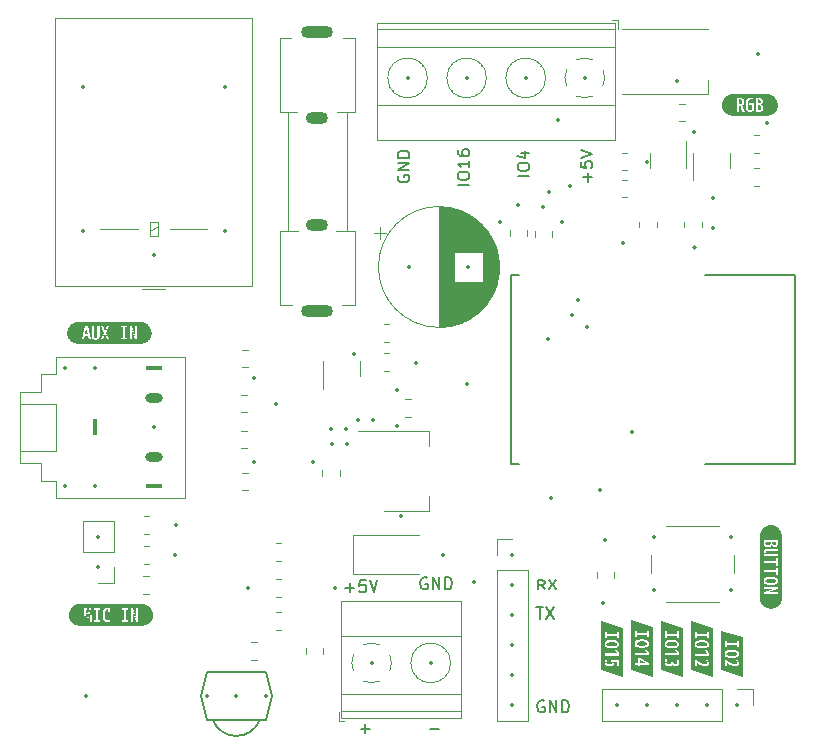
<source format=gto>
%TF.GenerationSoftware,KiCad,Pcbnew,7.0.8-7.0.8~ubuntu20.04.1*%
%TF.CreationDate,2023-11-01T16:16:35+05:30*%
%TF.ProjectId,WLED_V0.1,574c4544-5f56-4302-9e31-2e6b69636164,rev?*%
%TF.SameCoordinates,Original*%
%TF.FileFunction,Legend,Top*%
%TF.FilePolarity,Positive*%
%FSLAX46Y46*%
G04 Gerber Fmt 4.6, Leading zero omitted, Abs format (unit mm)*
G04 Created by KiCad (PCBNEW 7.0.8-7.0.8~ubuntu20.04.1) date 2023-11-01 16:16:35*
%MOMM*%
%LPD*%
G01*
G04 APERTURE LIST*
%ADD10C,0.150000*%
%ADD11C,0.120000*%
%ADD12C,0.127000*%
%ADD13C,0.200000*%
%ADD14C,0.350000*%
%ADD15O,0.400000X1.400000*%
%ADD16O,1.400000X0.400000*%
%ADD17O,1.500000X0.800000*%
%ADD18O,2.710000X1.020000*%
%ADD19O,1.870000X1.020000*%
G04 APERTURE END LIST*
D10*
X119757819Y-68497220D02*
X118757819Y-68497220D01*
X118757819Y-67830554D02*
X118757819Y-67640078D01*
X118757819Y-67640078D02*
X118805438Y-67544840D01*
X118805438Y-67544840D02*
X118900676Y-67449602D01*
X118900676Y-67449602D02*
X119091152Y-67401983D01*
X119091152Y-67401983D02*
X119424485Y-67401983D01*
X119424485Y-67401983D02*
X119614961Y-67449602D01*
X119614961Y-67449602D02*
X119710200Y-67544840D01*
X119710200Y-67544840D02*
X119757819Y-67640078D01*
X119757819Y-67640078D02*
X119757819Y-67830554D01*
X119757819Y-67830554D02*
X119710200Y-67925792D01*
X119710200Y-67925792D02*
X119614961Y-68021030D01*
X119614961Y-68021030D02*
X119424485Y-68068649D01*
X119424485Y-68068649D02*
X119091152Y-68068649D01*
X119091152Y-68068649D02*
X118900676Y-68021030D01*
X118900676Y-68021030D02*
X118805438Y-67925792D01*
X118805438Y-67925792D02*
X118757819Y-67830554D01*
X119091152Y-66544840D02*
X119757819Y-66544840D01*
X118710200Y-66782935D02*
X119424485Y-67021030D01*
X119424485Y-67021030D02*
X119424485Y-66401983D01*
X104181779Y-103374866D02*
X104943684Y-103374866D01*
X104562731Y-103755819D02*
X104562731Y-102993914D01*
X105896064Y-102755819D02*
X105419874Y-102755819D01*
X105419874Y-102755819D02*
X105372255Y-103232009D01*
X105372255Y-103232009D02*
X105419874Y-103184390D01*
X105419874Y-103184390D02*
X105515112Y-103136771D01*
X105515112Y-103136771D02*
X105753207Y-103136771D01*
X105753207Y-103136771D02*
X105848445Y-103184390D01*
X105848445Y-103184390D02*
X105896064Y-103232009D01*
X105896064Y-103232009D02*
X105943683Y-103327247D01*
X105943683Y-103327247D02*
X105943683Y-103565342D01*
X105943683Y-103565342D02*
X105896064Y-103660580D01*
X105896064Y-103660580D02*
X105848445Y-103708200D01*
X105848445Y-103708200D02*
X105753207Y-103755819D01*
X105753207Y-103755819D02*
X105515112Y-103755819D01*
X105515112Y-103755819D02*
X105419874Y-103708200D01*
X105419874Y-103708200D02*
X105372255Y-103660580D01*
X106229398Y-102755819D02*
X106562731Y-103755819D01*
X106562731Y-103755819D02*
X106896064Y-102755819D01*
X121002588Y-112963438D02*
X120907350Y-112915819D01*
X120907350Y-112915819D02*
X120764493Y-112915819D01*
X120764493Y-112915819D02*
X120621636Y-112963438D01*
X120621636Y-112963438D02*
X120526398Y-113058676D01*
X120526398Y-113058676D02*
X120478779Y-113153914D01*
X120478779Y-113153914D02*
X120431160Y-113344390D01*
X120431160Y-113344390D02*
X120431160Y-113487247D01*
X120431160Y-113487247D02*
X120478779Y-113677723D01*
X120478779Y-113677723D02*
X120526398Y-113772961D01*
X120526398Y-113772961D02*
X120621636Y-113868200D01*
X120621636Y-113868200D02*
X120764493Y-113915819D01*
X120764493Y-113915819D02*
X120859731Y-113915819D01*
X120859731Y-113915819D02*
X121002588Y-113868200D01*
X121002588Y-113868200D02*
X121050207Y-113820580D01*
X121050207Y-113820580D02*
X121050207Y-113487247D01*
X121050207Y-113487247D02*
X120859731Y-113487247D01*
X121478779Y-113915819D02*
X121478779Y-112915819D01*
X121478779Y-112915819D02*
X122050207Y-113915819D01*
X122050207Y-113915819D02*
X122050207Y-112915819D01*
X122526398Y-113915819D02*
X122526398Y-112915819D01*
X122526398Y-112915819D02*
X122764493Y-112915819D01*
X122764493Y-112915819D02*
X122907350Y-112963438D01*
X122907350Y-112963438D02*
X123002588Y-113058676D01*
X123002588Y-113058676D02*
X123050207Y-113153914D01*
X123050207Y-113153914D02*
X123097826Y-113344390D01*
X123097826Y-113344390D02*
X123097826Y-113487247D01*
X123097826Y-113487247D02*
X123050207Y-113677723D01*
X123050207Y-113677723D02*
X123002588Y-113772961D01*
X123002588Y-113772961D02*
X122907350Y-113868200D01*
X122907350Y-113868200D02*
X122764493Y-113915819D01*
X122764493Y-113915819D02*
X122526398Y-113915819D01*
X121050207Y-103526295D02*
X120716874Y-103145342D01*
X120478779Y-103526295D02*
X120478779Y-102726295D01*
X120478779Y-102726295D02*
X120859731Y-102726295D01*
X120859731Y-102726295D02*
X120954969Y-102764390D01*
X120954969Y-102764390D02*
X121002588Y-102802485D01*
X121002588Y-102802485D02*
X121050207Y-102878676D01*
X121050207Y-102878676D02*
X121050207Y-102992961D01*
X121050207Y-102992961D02*
X121002588Y-103069152D01*
X121002588Y-103069152D02*
X120954969Y-103107247D01*
X120954969Y-103107247D02*
X120859731Y-103145342D01*
X120859731Y-103145342D02*
X120478779Y-103145342D01*
X121383541Y-102726295D02*
X122050207Y-103526295D01*
X122050207Y-102726295D02*
X121383541Y-103526295D01*
X105492779Y-115312866D02*
X106254684Y-115312866D01*
X105873731Y-115693819D02*
X105873731Y-114931914D01*
X114677819Y-69259220D02*
X113677819Y-69259220D01*
X113677819Y-68592554D02*
X113677819Y-68402078D01*
X113677819Y-68402078D02*
X113725438Y-68306840D01*
X113725438Y-68306840D02*
X113820676Y-68211602D01*
X113820676Y-68211602D02*
X114011152Y-68163983D01*
X114011152Y-68163983D02*
X114344485Y-68163983D01*
X114344485Y-68163983D02*
X114534961Y-68211602D01*
X114534961Y-68211602D02*
X114630200Y-68306840D01*
X114630200Y-68306840D02*
X114677819Y-68402078D01*
X114677819Y-68402078D02*
X114677819Y-68592554D01*
X114677819Y-68592554D02*
X114630200Y-68687792D01*
X114630200Y-68687792D02*
X114534961Y-68783030D01*
X114534961Y-68783030D02*
X114344485Y-68830649D01*
X114344485Y-68830649D02*
X114011152Y-68830649D01*
X114011152Y-68830649D02*
X113820676Y-68783030D01*
X113820676Y-68783030D02*
X113725438Y-68687792D01*
X113725438Y-68687792D02*
X113677819Y-68592554D01*
X114677819Y-67211602D02*
X114677819Y-67783030D01*
X114677819Y-67497316D02*
X113677819Y-67497316D01*
X113677819Y-67497316D02*
X113820676Y-67592554D01*
X113820676Y-67592554D02*
X113915914Y-67687792D01*
X113915914Y-67687792D02*
X113963533Y-67783030D01*
X113677819Y-66354459D02*
X113677819Y-66544935D01*
X113677819Y-66544935D02*
X113725438Y-66640173D01*
X113725438Y-66640173D02*
X113773057Y-66687792D01*
X113773057Y-66687792D02*
X113915914Y-66783030D01*
X113915914Y-66783030D02*
X114106390Y-66830649D01*
X114106390Y-66830649D02*
X114487342Y-66830649D01*
X114487342Y-66830649D02*
X114582580Y-66783030D01*
X114582580Y-66783030D02*
X114630200Y-66735411D01*
X114630200Y-66735411D02*
X114677819Y-66640173D01*
X114677819Y-66640173D02*
X114677819Y-66449697D01*
X114677819Y-66449697D02*
X114630200Y-66354459D01*
X114630200Y-66354459D02*
X114582580Y-66306840D01*
X114582580Y-66306840D02*
X114487342Y-66259221D01*
X114487342Y-66259221D02*
X114249247Y-66259221D01*
X114249247Y-66259221D02*
X114154009Y-66306840D01*
X114154009Y-66306840D02*
X114106390Y-66354459D01*
X114106390Y-66354459D02*
X114058771Y-66449697D01*
X114058771Y-66449697D02*
X114058771Y-66640173D01*
X114058771Y-66640173D02*
X114106390Y-66735411D01*
X114106390Y-66735411D02*
X114154009Y-66783030D01*
X114154009Y-66783030D02*
X114249247Y-66830649D01*
X108645438Y-68481411D02*
X108597819Y-68576649D01*
X108597819Y-68576649D02*
X108597819Y-68719506D01*
X108597819Y-68719506D02*
X108645438Y-68862363D01*
X108645438Y-68862363D02*
X108740676Y-68957601D01*
X108740676Y-68957601D02*
X108835914Y-69005220D01*
X108835914Y-69005220D02*
X109026390Y-69052839D01*
X109026390Y-69052839D02*
X109169247Y-69052839D01*
X109169247Y-69052839D02*
X109359723Y-69005220D01*
X109359723Y-69005220D02*
X109454961Y-68957601D01*
X109454961Y-68957601D02*
X109550200Y-68862363D01*
X109550200Y-68862363D02*
X109597819Y-68719506D01*
X109597819Y-68719506D02*
X109597819Y-68624268D01*
X109597819Y-68624268D02*
X109550200Y-68481411D01*
X109550200Y-68481411D02*
X109502580Y-68433792D01*
X109502580Y-68433792D02*
X109169247Y-68433792D01*
X109169247Y-68433792D02*
X109169247Y-68624268D01*
X109597819Y-68005220D02*
X108597819Y-68005220D01*
X108597819Y-68005220D02*
X109597819Y-67433792D01*
X109597819Y-67433792D02*
X108597819Y-67433792D01*
X109597819Y-66957601D02*
X108597819Y-66957601D01*
X108597819Y-66957601D02*
X108597819Y-66719506D01*
X108597819Y-66719506D02*
X108645438Y-66576649D01*
X108645438Y-66576649D02*
X108740676Y-66481411D01*
X108740676Y-66481411D02*
X108835914Y-66433792D01*
X108835914Y-66433792D02*
X109026390Y-66386173D01*
X109026390Y-66386173D02*
X109169247Y-66386173D01*
X109169247Y-66386173D02*
X109359723Y-66433792D01*
X109359723Y-66433792D02*
X109454961Y-66481411D01*
X109454961Y-66481411D02*
X109550200Y-66576649D01*
X109550200Y-66576649D02*
X109597819Y-66719506D01*
X109597819Y-66719506D02*
X109597819Y-66957601D01*
X111334779Y-115312866D02*
X112096684Y-115312866D01*
X120335922Y-105041819D02*
X120907350Y-105041819D01*
X120621636Y-106041819D02*
X120621636Y-105041819D01*
X121145446Y-105041819D02*
X121812112Y-106041819D01*
X121812112Y-105041819D02*
X121145446Y-106041819D01*
X124710866Y-69005220D02*
X124710866Y-68243316D01*
X125091819Y-68624268D02*
X124329914Y-68624268D01*
X124091819Y-67290935D02*
X124091819Y-67767125D01*
X124091819Y-67767125D02*
X124568009Y-67814744D01*
X124568009Y-67814744D02*
X124520390Y-67767125D01*
X124520390Y-67767125D02*
X124472771Y-67671887D01*
X124472771Y-67671887D02*
X124472771Y-67433792D01*
X124472771Y-67433792D02*
X124520390Y-67338554D01*
X124520390Y-67338554D02*
X124568009Y-67290935D01*
X124568009Y-67290935D02*
X124663247Y-67243316D01*
X124663247Y-67243316D02*
X124901342Y-67243316D01*
X124901342Y-67243316D02*
X124996580Y-67290935D01*
X124996580Y-67290935D02*
X125044200Y-67338554D01*
X125044200Y-67338554D02*
X125091819Y-67433792D01*
X125091819Y-67433792D02*
X125091819Y-67671887D01*
X125091819Y-67671887D02*
X125044200Y-67767125D01*
X125044200Y-67767125D02*
X124996580Y-67814744D01*
X124091819Y-66957601D02*
X125091819Y-66624268D01*
X125091819Y-66624268D02*
X124091819Y-66290935D01*
X111096588Y-102549438D02*
X111001350Y-102501819D01*
X111001350Y-102501819D02*
X110858493Y-102501819D01*
X110858493Y-102501819D02*
X110715636Y-102549438D01*
X110715636Y-102549438D02*
X110620398Y-102644676D01*
X110620398Y-102644676D02*
X110572779Y-102739914D01*
X110572779Y-102739914D02*
X110525160Y-102930390D01*
X110525160Y-102930390D02*
X110525160Y-103073247D01*
X110525160Y-103073247D02*
X110572779Y-103263723D01*
X110572779Y-103263723D02*
X110620398Y-103358961D01*
X110620398Y-103358961D02*
X110715636Y-103454200D01*
X110715636Y-103454200D02*
X110858493Y-103501819D01*
X110858493Y-103501819D02*
X110953731Y-103501819D01*
X110953731Y-103501819D02*
X111096588Y-103454200D01*
X111096588Y-103454200D02*
X111144207Y-103406580D01*
X111144207Y-103406580D02*
X111144207Y-103073247D01*
X111144207Y-103073247D02*
X110953731Y-103073247D01*
X111572779Y-103501819D02*
X111572779Y-102501819D01*
X111572779Y-102501819D02*
X112144207Y-103501819D01*
X112144207Y-103501819D02*
X112144207Y-102501819D01*
X112620398Y-103501819D02*
X112620398Y-102501819D01*
X112620398Y-102501819D02*
X112858493Y-102501819D01*
X112858493Y-102501819D02*
X113001350Y-102549438D01*
X113001350Y-102549438D02*
X113096588Y-102644676D01*
X113096588Y-102644676D02*
X113144207Y-102739914D01*
X113144207Y-102739914D02*
X113191826Y-102930390D01*
X113191826Y-102930390D02*
X113191826Y-103073247D01*
X113191826Y-103073247D02*
X113144207Y-103263723D01*
X113144207Y-103263723D02*
X113096588Y-103358961D01*
X113096588Y-103358961D02*
X113001350Y-103454200D01*
X113001350Y-103454200D02*
X112858493Y-103501819D01*
X112858493Y-103501819D02*
X112620398Y-103501819D01*
D11*
%TO.C,J2*%
X116984000Y-99268000D02*
X118314000Y-99268000D01*
X116984000Y-100598000D02*
X116984000Y-99268000D01*
X116984000Y-101868000D02*
X116984000Y-114628000D01*
X116984000Y-101868000D02*
X119644000Y-101868000D01*
X116984000Y-114628000D02*
X119644000Y-114628000D01*
X119644000Y-101868000D02*
X119644000Y-114628000D01*
%TO.C,MK1*%
X84592000Y-102944000D02*
X83262000Y-102944000D01*
X84592000Y-101614000D02*
X84592000Y-102944000D01*
X84592000Y-100344000D02*
X84592000Y-97744000D01*
X84592000Y-100344000D02*
X81932000Y-100344000D01*
X84592000Y-97744000D02*
X81932000Y-97744000D01*
X81932000Y-100344000D02*
X81932000Y-97744000D01*
%TO.C,R5*%
X138764436Y-65065000D02*
X139218564Y-65065000D01*
X138764436Y-66535000D02*
X139218564Y-66535000D01*
%TO.C,R14*%
X98274936Y-102657000D02*
X98729064Y-102657000D01*
X98274936Y-104127000D02*
X98729064Y-104127000D01*
%TO.C,R4*%
X128042564Y-68045000D02*
X127588436Y-68045000D01*
X128042564Y-66575000D02*
X127588436Y-66575000D01*
%TO.C,C6*%
X125453000Y-102571252D02*
X125453000Y-102048748D01*
X126923000Y-102571252D02*
X126923000Y-102048748D01*
%TO.C,C10*%
X132440748Y-62397000D02*
X132963252Y-62397000D01*
X132440748Y-63867000D02*
X132963252Y-63867000D01*
%TO.C,R13*%
X98729064Y-101079000D02*
X98274936Y-101079000D01*
X98729064Y-99609000D02*
X98274936Y-99609000D01*
%TO.C,U2*%
X105222000Y-90076000D02*
X111232000Y-90076000D01*
X107472000Y-96896000D02*
X111232000Y-96896000D01*
X111232000Y-90076000D02*
X111232000Y-91336000D01*
X111232000Y-96896000D02*
X111232000Y-95636000D01*
%TO.C,R8*%
X107456436Y-83528500D02*
X107910564Y-83528500D01*
X107456436Y-84998500D02*
X107910564Y-84998500D01*
%TO.C,SW2*%
X130054000Y-100610000D02*
X130054000Y-102110000D01*
X131304000Y-104610000D02*
X135804000Y-104610000D01*
X135804000Y-98110000D02*
X131304000Y-98110000D01*
X137054000Y-102110000D02*
X137054000Y-100610000D01*
%TO.C,kibuzzard-6541D5EF*%
G36*
X134522369Y-107988100D02*
G01*
X134642225Y-108002387D01*
X134725569Y-108026200D01*
X134798792Y-108082159D01*
X134823200Y-108164312D01*
X134798792Y-108246466D01*
X134725569Y-108302425D01*
X134642225Y-108326237D01*
X134522369Y-108340525D01*
X134366000Y-108345287D01*
X134209631Y-108340525D01*
X134089775Y-108326237D01*
X134006431Y-108302425D01*
X133933208Y-108246466D01*
X133908800Y-108164312D01*
X133933208Y-108082159D01*
X134006431Y-108026200D01*
X134089775Y-108002387D01*
X134209631Y-107988100D01*
X134366000Y-107983337D01*
X134522369Y-107988100D01*
G37*
G36*
X135292042Y-106769958D02*
G01*
X135292042Y-107100687D01*
X135292042Y-110037563D01*
X135292042Y-110368292D01*
X135292042Y-110923917D01*
X133439958Y-110368292D01*
X133439958Y-110037563D01*
X133786562Y-110037563D01*
X133924675Y-110037563D01*
X133924675Y-109650212D01*
X133927850Y-109650212D01*
X134038777Y-109743329D01*
X134142956Y-109822655D01*
X134240389Y-109888189D01*
X134331075Y-109939931D01*
X134444317Y-109989761D01*
X134551208Y-110019659D01*
X134651750Y-110029625D01*
X134785695Y-110011567D01*
X134882731Y-109957394D01*
X134941667Y-109869089D01*
X134961313Y-109748637D01*
X134952140Y-109648096D01*
X134924624Y-109553904D01*
X134878762Y-109466063D01*
X134729537Y-109466063D01*
X134781572Y-109555492D01*
X134812793Y-109637512D01*
X134823200Y-109712125D01*
X134780337Y-109816106D01*
X134724775Y-109841705D01*
X134643812Y-109850237D01*
X134556824Y-109842397D01*
X134464587Y-109818876D01*
X134367102Y-109779675D01*
X134264368Y-109724793D01*
X134156385Y-109654230D01*
X134043154Y-109567986D01*
X133924675Y-109466063D01*
X133786562Y-109466063D01*
X133786562Y-110037563D01*
X133439958Y-110037563D01*
X133439958Y-108953300D01*
X133786562Y-108953300D01*
X133786562Y-109131100D01*
X134945437Y-109131100D01*
X134945437Y-108954887D01*
X134783512Y-108677075D01*
X134627937Y-108677075D01*
X134780337Y-108950125D01*
X134778750Y-108953300D01*
X133786562Y-108953300D01*
X133439958Y-108953300D01*
X133439958Y-108164312D01*
X133770687Y-108164312D01*
X133784181Y-108274644D01*
X133824662Y-108361162D01*
X133898084Y-108426845D01*
X134010400Y-108474669D01*
X134108472Y-108496276D01*
X134227006Y-108509241D01*
X134366000Y-108513563D01*
X134504994Y-108509241D01*
X134623528Y-108496276D01*
X134721600Y-108474669D01*
X134833916Y-108426845D01*
X134907337Y-108361162D01*
X134947819Y-108274644D01*
X134961313Y-108164312D01*
X134947819Y-108053981D01*
X134907337Y-107967462D01*
X134833916Y-107901780D01*
X134721600Y-107853956D01*
X134623528Y-107832349D01*
X134504994Y-107819384D01*
X134366000Y-107815062D01*
X134227006Y-107819384D01*
X134108472Y-107832349D01*
X134010400Y-107853956D01*
X133898084Y-107901780D01*
X133824662Y-107967462D01*
X133784181Y-108053981D01*
X133770687Y-108164312D01*
X133439958Y-108164312D01*
X133439958Y-107640437D01*
X133786562Y-107640437D01*
X133924675Y-107640437D01*
X133924675Y-107462637D01*
X134807325Y-107462637D01*
X134807325Y-107640437D01*
X134945437Y-107640437D01*
X134945437Y-107100687D01*
X134807325Y-107100687D01*
X134807325Y-107278487D01*
X133924675Y-107278487D01*
X133924675Y-107100687D01*
X133786562Y-107100687D01*
X133786562Y-107640437D01*
X133439958Y-107640437D01*
X133439958Y-107100687D01*
X133439958Y-106769958D01*
X133439958Y-106214333D01*
X135292042Y-106769958D01*
G37*
D12*
%TO.C,U3*%
X91946000Y-112536000D02*
X92446000Y-110536000D01*
X92446000Y-110536000D02*
X97446000Y-110536000D01*
X92446000Y-114536000D02*
X91946000Y-112536000D01*
X92946000Y-114536000D02*
X92446000Y-114536000D01*
X96946000Y-114536000D02*
X92946000Y-114536000D01*
X97446000Y-110536000D02*
X97946000Y-112536000D01*
X97446000Y-114536000D02*
X96946000Y-114536000D01*
X97946000Y-112536000D02*
X97446000Y-114536000D01*
X92946000Y-114536000D02*
G75*
G03*
X96946000Y-114536000I2000000J749998D01*
G01*
%TO.C,kibuzzard-6541D612*%
G36*
X137062369Y-108781850D02*
G01*
X137182225Y-108796137D01*
X137265569Y-108819950D01*
X137338792Y-108875909D01*
X137363200Y-108958062D01*
X137338792Y-109040216D01*
X137265569Y-109096175D01*
X137182225Y-109119987D01*
X137062369Y-109134275D01*
X136906000Y-109139037D01*
X136749631Y-109134275D01*
X136629775Y-109119987D01*
X136546431Y-109096175D01*
X136473208Y-109040216D01*
X136448800Y-108958062D01*
X136473208Y-108875909D01*
X136546431Y-108819950D01*
X136629775Y-108796137D01*
X136749631Y-108781850D01*
X136906000Y-108777087D01*
X137062369Y-108781850D01*
G37*
G36*
X137832042Y-107563708D02*
G01*
X137832042Y-107894437D01*
X137832042Y-110037563D01*
X137832042Y-110368292D01*
X137832042Y-110923917D01*
X135979958Y-110368292D01*
X135979958Y-110037563D01*
X136326562Y-110037563D01*
X136464675Y-110037563D01*
X136464675Y-109650212D01*
X136467850Y-109650212D01*
X136578777Y-109743329D01*
X136682956Y-109822655D01*
X136780389Y-109888189D01*
X136871075Y-109939931D01*
X136984317Y-109989761D01*
X137091208Y-110019659D01*
X137191750Y-110029625D01*
X137325695Y-110011567D01*
X137422731Y-109957394D01*
X137481667Y-109869089D01*
X137501313Y-109748637D01*
X137492140Y-109648096D01*
X137464624Y-109553904D01*
X137418762Y-109466062D01*
X137269537Y-109466062D01*
X137321572Y-109555492D01*
X137352793Y-109637513D01*
X137363200Y-109712125D01*
X137320337Y-109816106D01*
X137264775Y-109841705D01*
X137183812Y-109850237D01*
X137096824Y-109842397D01*
X137004587Y-109818876D01*
X136907102Y-109779675D01*
X136804368Y-109724793D01*
X136696385Y-109654230D01*
X136583154Y-109567986D01*
X136464675Y-109466062D01*
X136326562Y-109466062D01*
X136326562Y-110037563D01*
X135979958Y-110037563D01*
X135979958Y-108958062D01*
X136310687Y-108958062D01*
X136324181Y-109068394D01*
X136364662Y-109154912D01*
X136438084Y-109220595D01*
X136550400Y-109268419D01*
X136648472Y-109290026D01*
X136767006Y-109302991D01*
X136906000Y-109307313D01*
X137044994Y-109302991D01*
X137163528Y-109290026D01*
X137261600Y-109268419D01*
X137373916Y-109220595D01*
X137447337Y-109154912D01*
X137487819Y-109068394D01*
X137501313Y-108958062D01*
X137487819Y-108847731D01*
X137447337Y-108761212D01*
X137373916Y-108695530D01*
X137261600Y-108647706D01*
X137163528Y-108626099D01*
X137044994Y-108613134D01*
X136906000Y-108608812D01*
X136767006Y-108613134D01*
X136648472Y-108626099D01*
X136550400Y-108647706D01*
X136438084Y-108695530D01*
X136364662Y-108761212D01*
X136324181Y-108847731D01*
X136310687Y-108958062D01*
X135979958Y-108958062D01*
X135979958Y-108434187D01*
X136326562Y-108434187D01*
X136464675Y-108434187D01*
X136464675Y-108256387D01*
X137347325Y-108256387D01*
X137347325Y-108434187D01*
X137485437Y-108434187D01*
X137485437Y-107894437D01*
X137347325Y-107894437D01*
X137347325Y-108072237D01*
X136464675Y-108072237D01*
X136464675Y-107894437D01*
X136326562Y-107894437D01*
X136326562Y-108434187D01*
X135979958Y-108434187D01*
X135979958Y-107894437D01*
X135979958Y-107563708D01*
X135979958Y-107008083D01*
X137832042Y-107563708D01*
G37*
%TO.C,kibuzzard-6541E326*%
G36*
X139265290Y-62043381D02*
G01*
X139324027Y-62097885D01*
X139343606Y-62188725D01*
X139330906Y-62272267D01*
X139292806Y-62329219D01*
X139227719Y-62361961D01*
X139134056Y-62372875D01*
X139088019Y-62372875D01*
X139088019Y-62037913D01*
X139167394Y-62025213D01*
X139265290Y-62043381D01*
G37*
G36*
X137669191Y-62039302D02*
G01*
X137729119Y-62076806D01*
X137764838Y-62141298D01*
X137776744Y-62234763D01*
X137764044Y-62332394D01*
X137725944Y-62396688D01*
X137657681Y-62432406D01*
X137554494Y-62444313D01*
X137492581Y-62444313D01*
X137492581Y-62039500D01*
X137584656Y-62026800D01*
X137669191Y-62039302D01*
G37*
G36*
X139252325Y-62520909D02*
G01*
X139319794Y-62560200D01*
X139359084Y-62628066D01*
X139372181Y-62726888D01*
X139360077Y-62824320D01*
X139323763Y-62891194D01*
X139262842Y-62929889D01*
X139176919Y-62942788D01*
X139088019Y-62930088D01*
X139088019Y-62507813D01*
X139154694Y-62507813D01*
X139252325Y-62520909D01*
G37*
G36*
X139966716Y-61562417D02*
G01*
X140056610Y-61575752D01*
X140144764Y-61597833D01*
X140230329Y-61628449D01*
X140312481Y-61667304D01*
X140390429Y-61714025D01*
X140463423Y-61768160D01*
X140530758Y-61829190D01*
X140591788Y-61896525D01*
X140645923Y-61969519D01*
X140692644Y-62047467D01*
X140731499Y-62129619D01*
X140762115Y-62215184D01*
X140784196Y-62303338D01*
X140797530Y-62393232D01*
X140801990Y-62484000D01*
X140797530Y-62574768D01*
X140784196Y-62664662D01*
X140762115Y-62752816D01*
X140731499Y-62838381D01*
X140692644Y-62920533D01*
X140645923Y-62998481D01*
X140591788Y-63071475D01*
X140530758Y-63138810D01*
X140463423Y-63199840D01*
X140390429Y-63253975D01*
X140312481Y-63300696D01*
X140230329Y-63339551D01*
X140144764Y-63370167D01*
X140056610Y-63392248D01*
X139966716Y-63405583D01*
X139875948Y-63410042D01*
X139545219Y-63410042D01*
X139176919Y-63410042D01*
X138470481Y-63410042D01*
X137981531Y-63410042D01*
X137314781Y-63410042D01*
X136984052Y-63410042D01*
X136893284Y-63405583D01*
X136803390Y-63392248D01*
X136715236Y-63370167D01*
X136629671Y-63339551D01*
X136547519Y-63300696D01*
X136469571Y-63253976D01*
X136396577Y-63199840D01*
X136329242Y-63138810D01*
X136268212Y-63071475D01*
X136262251Y-63063438D01*
X137314781Y-63063438D01*
X137492581Y-63063438D01*
X137492581Y-62582425D01*
X137554494Y-62582425D01*
X137650538Y-62613381D01*
X137680898Y-62658030D01*
X137706894Y-62730063D01*
X137798969Y-63063438D01*
X137981531Y-63063438D01*
X137883106Y-62739588D01*
X137832306Y-62614969D01*
X137771981Y-62536388D01*
X137771981Y-62533213D01*
X137849769Y-62487770D01*
X137859793Y-62476063D01*
X138073606Y-62476063D01*
X138079807Y-62617449D01*
X138098411Y-62739984D01*
X138129417Y-62843668D01*
X138172825Y-62928500D01*
X138228636Y-62994480D01*
X138296848Y-63041609D01*
X138377464Y-63069887D01*
X138470481Y-63079313D01*
X138565378Y-63073139D01*
X138655337Y-63054618D01*
X138674768Y-63047563D01*
X138910219Y-63047563D01*
X138997708Y-63065201D01*
X139086608Y-63075785D01*
X139176919Y-63079313D01*
X139289455Y-63069611D01*
X139381530Y-63040507D01*
X139453144Y-62992000D01*
X139504297Y-62924090D01*
X139534988Y-62836778D01*
X139545219Y-62730063D01*
X139529939Y-62623700D01*
X139484100Y-62533213D01*
X139415242Y-62466934D01*
X139330906Y-62433200D01*
X139330906Y-62431613D01*
X139405320Y-62399069D01*
X139463463Y-62342713D01*
X139500967Y-62267306D01*
X139513469Y-62177613D01*
X139499626Y-62073600D01*
X139458097Y-61992701D01*
X139388882Y-61934915D01*
X139291981Y-61900244D01*
X139167394Y-61888687D01*
X139036425Y-61896625D01*
X138910219Y-61920437D01*
X138910219Y-63047563D01*
X138674768Y-63047563D01*
X138740356Y-63023750D01*
X138740356Y-62372875D01*
X138370469Y-62372875D01*
X138370469Y-62507813D01*
X138570494Y-62507813D01*
X138570494Y-62923738D01*
X138475244Y-62942788D01*
X138378406Y-62915800D01*
X138306969Y-62834838D01*
X138274337Y-62746996D01*
X138254758Y-62627404D01*
X138248231Y-62476063D01*
X138255110Y-62328160D01*
X138275748Y-62212538D01*
X138310144Y-62129194D01*
X138389122Y-62053589D01*
X138502231Y-62028388D01*
X138599466Y-62037913D01*
X138700669Y-62066488D01*
X138700669Y-61923613D01*
X138603434Y-61897419D01*
X138502231Y-61888687D01*
X138371263Y-61904386D01*
X138264106Y-61951482D01*
X138180763Y-62029975D01*
X138133882Y-62110838D01*
X138100395Y-62212141D01*
X138080304Y-62333882D01*
X138073606Y-62476063D01*
X137859793Y-62476063D01*
X137905331Y-62422881D01*
X137938669Y-62338545D01*
X137949781Y-62234763D01*
X137939992Y-62125842D01*
X137910623Y-62038265D01*
X137861675Y-61972031D01*
X137791737Y-61925729D01*
X137699397Y-61897948D01*
X137584656Y-61888687D01*
X137493287Y-61892215D01*
X137403328Y-61902799D01*
X137314781Y-61920437D01*
X137314781Y-63063438D01*
X136262251Y-63063438D01*
X136214077Y-62998481D01*
X136167356Y-62920533D01*
X136128501Y-62838381D01*
X136097885Y-62752816D01*
X136075804Y-62664662D01*
X136062470Y-62574768D01*
X136058010Y-62484000D01*
X136062470Y-62393232D01*
X136075804Y-62303338D01*
X136097885Y-62215184D01*
X136128501Y-62129619D01*
X136167356Y-62047467D01*
X136214077Y-61969519D01*
X136268212Y-61896525D01*
X136329242Y-61829190D01*
X136396577Y-61768160D01*
X136469571Y-61714024D01*
X136547519Y-61667304D01*
X136629671Y-61628449D01*
X136715236Y-61597833D01*
X136803390Y-61575752D01*
X136893284Y-61562417D01*
X136984052Y-61557958D01*
X137314781Y-61557958D01*
X139545219Y-61557958D01*
X139875948Y-61557958D01*
X139966716Y-61562417D01*
G37*
D11*
%TO.C,D1*%
X104866000Y-98948000D02*
X104866000Y-102248000D01*
X104866000Y-98948000D02*
X110376000Y-98948000D01*
X104866000Y-102248000D02*
X110376000Y-102248000D01*
%TO.C,J5*%
X138694000Y-111968000D02*
X138694000Y-113298000D01*
X137364000Y-111968000D02*
X138694000Y-111968000D01*
X136094000Y-111968000D02*
X125874000Y-111968000D01*
X136094000Y-111968000D02*
X136094000Y-114628000D01*
X125874000Y-111968000D02*
X125874000Y-114628000D01*
X136094000Y-114628000D02*
X125874000Y-114628000D01*
%TO.C,kibuzzard-6541D591*%
G36*
X129619375Y-109729588D02*
G01*
X129619375Y-109732763D01*
X129100262Y-109732763D01*
X129100262Y-109478763D01*
X129105025Y-109478763D01*
X129619375Y-109729588D01*
G37*
G36*
X129442369Y-107924600D02*
G01*
X129562225Y-107938888D01*
X129645569Y-107962700D01*
X129718792Y-108018659D01*
X129743200Y-108100813D01*
X129718792Y-108182966D01*
X129645569Y-108238925D01*
X129562225Y-108262738D01*
X129442369Y-108277025D01*
X129286000Y-108281788D01*
X129129631Y-108277025D01*
X129009775Y-108262738D01*
X128926431Y-108238925D01*
X128853208Y-108182966D01*
X128828800Y-108100813D01*
X128853208Y-108018659D01*
X128926431Y-107962700D01*
X129009775Y-107938888D01*
X129129631Y-107924600D01*
X129286000Y-107919837D01*
X129442369Y-107924600D01*
G37*
G36*
X130212042Y-106706458D02*
G01*
X130212042Y-107037187D01*
X130212042Y-107037188D01*
X130212042Y-110037563D01*
X130212042Y-110368292D01*
X130212042Y-110923917D01*
X128359958Y-110368292D01*
X128359958Y-110037563D01*
X128359958Y-109907388D01*
X128706562Y-109907388D01*
X128963737Y-109907388D01*
X128963737Y-110037563D01*
X129100262Y-110037563D01*
X129100262Y-109907388D01*
X129865437Y-109907388D01*
X129865437Y-109715300D01*
X129100262Y-109339063D01*
X128963737Y-109339063D01*
X128963737Y-109732763D01*
X128706562Y-109732763D01*
X128706562Y-109907388D01*
X128359958Y-109907388D01*
X128359958Y-108889800D01*
X128706562Y-108889800D01*
X128706562Y-109067600D01*
X129865437Y-109067600D01*
X129865437Y-108891388D01*
X129703512Y-108613575D01*
X129547937Y-108613575D01*
X129700337Y-108886625D01*
X129698750Y-108889800D01*
X128706562Y-108889800D01*
X128359958Y-108889800D01*
X128359958Y-108100813D01*
X128690687Y-108100813D01*
X128704181Y-108211144D01*
X128744662Y-108297663D01*
X128818084Y-108363345D01*
X128930400Y-108411169D01*
X129028472Y-108432776D01*
X129147006Y-108445741D01*
X129286000Y-108450063D01*
X129424994Y-108445741D01*
X129543528Y-108432776D01*
X129641600Y-108411169D01*
X129753916Y-108363345D01*
X129827337Y-108297663D01*
X129867819Y-108211144D01*
X129881313Y-108100813D01*
X129867819Y-107990481D01*
X129827337Y-107903963D01*
X129753916Y-107838280D01*
X129641600Y-107790456D01*
X129543528Y-107768849D01*
X129424994Y-107755884D01*
X129286000Y-107751563D01*
X129147006Y-107755884D01*
X129028472Y-107768849D01*
X128930400Y-107790456D01*
X128818084Y-107838280D01*
X128744662Y-107903963D01*
X128704181Y-107990481D01*
X128690687Y-108100813D01*
X128359958Y-108100813D01*
X128359958Y-107576938D01*
X128706562Y-107576938D01*
X128844675Y-107576938D01*
X128844675Y-107399137D01*
X129727325Y-107399137D01*
X129727325Y-107576938D01*
X129865437Y-107576938D01*
X129865437Y-107037187D01*
X129727325Y-107037187D01*
X129727325Y-107214988D01*
X128844675Y-107214988D01*
X128844675Y-107037187D01*
X128706562Y-107037187D01*
X128706562Y-107576938D01*
X128359958Y-107576938D01*
X128359958Y-107037187D01*
X128359958Y-106706458D01*
X128359958Y-106150833D01*
X130212042Y-106706458D01*
G37*
%TO.C,R3*%
X138764436Y-67859000D02*
X139218564Y-67859000D01*
X138764436Y-69329000D02*
X139218564Y-69329000D01*
D12*
%TO.C,U1*%
X142244000Y-76876000D02*
X142244000Y-92876000D01*
X134614000Y-76876000D02*
X142244000Y-76876000D01*
X118244000Y-76876000D02*
X118874000Y-76876000D01*
X142244000Y-92876000D02*
X134614000Y-92876000D01*
X118244000Y-92876000D02*
X118244000Y-76876000D01*
X118244000Y-92876000D02*
X118874000Y-92876000D01*
D13*
X133844000Y-74576000D02*
G75*
G03*
X133844000Y-74576000I-100000J0D01*
G01*
D11*
%TO.C,J6*%
X90643000Y-83803000D02*
X90643000Y-95803000D01*
X79643000Y-83803000D02*
X90643000Y-83803000D01*
X79643000Y-85303000D02*
X79643000Y-83803000D01*
X78443000Y-85303000D02*
X79643000Y-85303000D01*
X78443000Y-86803000D02*
X78443000Y-85303000D01*
X76643000Y-86803000D02*
X78443000Y-86803000D01*
X79643000Y-87803000D02*
X76643000Y-87803000D01*
X79643000Y-91803000D02*
X79643000Y-87803000D01*
X76643000Y-91803000D02*
X79643000Y-91803000D01*
X78443000Y-92803000D02*
X76643000Y-92803000D01*
X76643000Y-92803000D02*
X76643000Y-86803000D01*
X79643000Y-94303000D02*
X78443000Y-94303000D01*
X78443000Y-94303000D02*
X78443000Y-92803000D01*
X90643000Y-95803000D02*
X79643000Y-95803000D01*
X79643000Y-95803000D02*
X79643000Y-94303000D01*
%TO.C,C1*%
X102237000Y-93935252D02*
X102237000Y-93412748D01*
X103707000Y-93935252D02*
X103707000Y-93412748D01*
%TO.C,C8*%
X95885252Y-91543000D02*
X95362748Y-91543000D01*
X95885252Y-90073000D02*
X95362748Y-90073000D01*
%TO.C,C4*%
X120246000Y-73676252D02*
X120246000Y-73153748D01*
X121716000Y-73676252D02*
X121716000Y-73153748D01*
%TO.C,kibuzzard-6541E704*%
G36*
X140666788Y-99572762D02*
G01*
X140648619Y-99670658D01*
X140594115Y-99729396D01*
X140503275Y-99748975D01*
X140419733Y-99736275D01*
X140362781Y-99698175D01*
X140330039Y-99633087D01*
X140319125Y-99539425D01*
X140319125Y-99493387D01*
X140654087Y-99493387D01*
X140666788Y-99572762D01*
G37*
G36*
X140184188Y-99560062D02*
G01*
X140171091Y-99657694D01*
X140131800Y-99725162D01*
X140063934Y-99764453D01*
X139965113Y-99777550D01*
X139867680Y-99765445D01*
X139800806Y-99729131D01*
X139762111Y-99668211D01*
X139749213Y-99582287D01*
X139761912Y-99493387D01*
X140184188Y-99493387D01*
X140184188Y-99560062D01*
G37*
G36*
X140364369Y-102612825D02*
G01*
X140484225Y-102627112D01*
X140567569Y-102650925D01*
X140640792Y-102706884D01*
X140665200Y-102789037D01*
X140640792Y-102871191D01*
X140567569Y-102927150D01*
X140484225Y-102950962D01*
X140364369Y-102965250D01*
X140208000Y-102970012D01*
X140051631Y-102965250D01*
X139931775Y-102950962D01*
X139848431Y-102927150D01*
X139775208Y-102871191D01*
X139750800Y-102789037D01*
X139775208Y-102706884D01*
X139848431Y-102650925D01*
X139931775Y-102627112D01*
X140051631Y-102612825D01*
X140208000Y-102608062D01*
X140364369Y-102612825D01*
G37*
G36*
X140298768Y-98063276D02*
G01*
X140388662Y-98076610D01*
X140476816Y-98098692D01*
X140562381Y-98129307D01*
X140644533Y-98168162D01*
X140722481Y-98214883D01*
X140795475Y-98269018D01*
X140862810Y-98330048D01*
X140923840Y-98397384D01*
X140977976Y-98470377D01*
X141024696Y-98548325D01*
X141063551Y-98630478D01*
X141094167Y-98716043D01*
X141116248Y-98804197D01*
X141129583Y-98894090D01*
X141134042Y-98984858D01*
X141134042Y-99315587D01*
X141134042Y-103884412D01*
X141134042Y-104215142D01*
X141129583Y-104305910D01*
X141116248Y-104395803D01*
X141094167Y-104483957D01*
X141063551Y-104569522D01*
X141024696Y-104651675D01*
X140977976Y-104729623D01*
X140923840Y-104802616D01*
X140862810Y-104869952D01*
X140795475Y-104930982D01*
X140722481Y-104985117D01*
X140644533Y-105031837D01*
X140562381Y-105070693D01*
X140476816Y-105101308D01*
X140388662Y-105123390D01*
X140298768Y-105136724D01*
X140208000Y-105141183D01*
X140117232Y-105136724D01*
X140027338Y-105123390D01*
X139939184Y-105101308D01*
X139853619Y-105070693D01*
X139771467Y-105031837D01*
X139693519Y-104985117D01*
X139620525Y-104930982D01*
X139553190Y-104869952D01*
X139492160Y-104802616D01*
X139438024Y-104729623D01*
X139391304Y-104651675D01*
X139352449Y-104569522D01*
X139321833Y-104483957D01*
X139299752Y-104395803D01*
X139286417Y-104305910D01*
X139281958Y-104215142D01*
X139281958Y-103884412D01*
X139281958Y-103281162D01*
X139628563Y-103281162D01*
X139628563Y-103455787D01*
X140469938Y-103455787D01*
X140469938Y-103458962D01*
X139628563Y-103706612D01*
X139628563Y-103884412D01*
X140787437Y-103884412D01*
X140787437Y-103717725D01*
X139946063Y-103717725D01*
X139946063Y-103712962D01*
X140787437Y-103465312D01*
X140787437Y-103281162D01*
X139628563Y-103281162D01*
X139281958Y-103281162D01*
X139281958Y-102789037D01*
X139612688Y-102789037D01*
X139626181Y-102899369D01*
X139666663Y-102985887D01*
X139740084Y-103051570D01*
X139852400Y-103099394D01*
X139950472Y-103121001D01*
X140069006Y-103133966D01*
X140208000Y-103138287D01*
X140346994Y-103133966D01*
X140465528Y-103121001D01*
X140563600Y-103099394D01*
X140675916Y-103051570D01*
X140749337Y-102985887D01*
X140789819Y-102899369D01*
X140803313Y-102789037D01*
X140789819Y-102678706D01*
X140749337Y-102592187D01*
X140675916Y-102526505D01*
X140563600Y-102478681D01*
X140465528Y-102457074D01*
X140346994Y-102444109D01*
X140208000Y-102439787D01*
X140069006Y-102444109D01*
X139950472Y-102457074D01*
X139852400Y-102478681D01*
X139740084Y-102526505D01*
X139666663Y-102592187D01*
X139626181Y-102678706D01*
X139612688Y-102789037D01*
X139281958Y-102789037D01*
X139281958Y-102084187D01*
X139628563Y-102084187D01*
X140649325Y-102084187D01*
X140649325Y-102320725D01*
X140787437Y-102320725D01*
X140787437Y-101669850D01*
X140649325Y-101669850D01*
X140649325Y-101906387D01*
X139628563Y-101906387D01*
X139628563Y-102084187D01*
X139281958Y-102084187D01*
X139281958Y-101290437D01*
X139628563Y-101290437D01*
X140649325Y-101290437D01*
X140649325Y-101526975D01*
X140787437Y-101526975D01*
X140787437Y-100876100D01*
X140649325Y-100876100D01*
X140649325Y-101112637D01*
X139628563Y-101112637D01*
X139628563Y-101290437D01*
X139281958Y-101290437D01*
X139281958Y-100407787D01*
X139612688Y-100407787D01*
X139620801Y-100510358D01*
X139645143Y-100591585D01*
X139685713Y-100651469D01*
X139745332Y-100692479D01*
X139826824Y-100717085D01*
X139930188Y-100725287D01*
X140787437Y-100725287D01*
X140787437Y-100552250D01*
X139961937Y-100552250D01*
X139858155Y-100544312D01*
X139794456Y-100520500D01*
X139750800Y-100410962D01*
X139761912Y-100344684D01*
X139795250Y-100301425D01*
X139859147Y-100277612D01*
X139961937Y-100269675D01*
X140787437Y-100269675D01*
X140787437Y-100090287D01*
X139930188Y-100090287D01*
X139826824Y-100098490D01*
X139745332Y-100123096D01*
X139685713Y-100164106D01*
X139645143Y-100223990D01*
X139620801Y-100305217D01*
X139612688Y-100407787D01*
X139281958Y-100407787D01*
X139281958Y-99582287D01*
X139612688Y-99582287D01*
X139622389Y-99694824D01*
X139651493Y-99786899D01*
X139700000Y-99858512D01*
X139767910Y-99909665D01*
X139855222Y-99940357D01*
X139961937Y-99950587D01*
X140068300Y-99935308D01*
X140158788Y-99889469D01*
X140225066Y-99820611D01*
X140258800Y-99736275D01*
X140260387Y-99736275D01*
X140292931Y-99810689D01*
X140349288Y-99868831D01*
X140424694Y-99906336D01*
X140514388Y-99918837D01*
X140618401Y-99904994D01*
X140699300Y-99863465D01*
X140757085Y-99794250D01*
X140791756Y-99697349D01*
X140803313Y-99572762D01*
X140795375Y-99441794D01*
X140771563Y-99315587D01*
X139644437Y-99315587D01*
X139626799Y-99403076D01*
X139616215Y-99491976D01*
X139612688Y-99582287D01*
X139281958Y-99582287D01*
X139281958Y-99315587D01*
X139281958Y-98984858D01*
X139286417Y-98894090D01*
X139299752Y-98804197D01*
X139321833Y-98716043D01*
X139352449Y-98630478D01*
X139391304Y-98548325D01*
X139438024Y-98470377D01*
X139492160Y-98397384D01*
X139553190Y-98330048D01*
X139620525Y-98269018D01*
X139693519Y-98214883D01*
X139771467Y-98168162D01*
X139853619Y-98129307D01*
X139939184Y-98098692D01*
X140027338Y-98076610D01*
X140117232Y-98063276D01*
X140208000Y-98058817D01*
X140298768Y-98063276D01*
G37*
%TO.C,Q2*%
X133058500Y-67197000D02*
X133058500Y-65522000D01*
X133058500Y-67197000D02*
X133058500Y-67847000D01*
X129938500Y-67197000D02*
X129938500Y-66547000D01*
X129938500Y-67197000D02*
X129938500Y-67847000D01*
%TO.C,kibuzzard-6541E997*%
G36*
X87065660Y-104742417D02*
G01*
X87155553Y-104755752D01*
X87243707Y-104777833D01*
X87329272Y-104808449D01*
X87411425Y-104847304D01*
X87489373Y-104894024D01*
X87562366Y-104948160D01*
X87629702Y-105009190D01*
X87690732Y-105076525D01*
X87744867Y-105149519D01*
X87791587Y-105227467D01*
X87830443Y-105309619D01*
X87861058Y-105395184D01*
X87883140Y-105483338D01*
X87896474Y-105573232D01*
X87900933Y-105664000D01*
X87896474Y-105754768D01*
X87883140Y-105844662D01*
X87861058Y-105932816D01*
X87830443Y-106018381D01*
X87791587Y-106100533D01*
X87744867Y-106178481D01*
X87690732Y-106251475D01*
X87629702Y-106318810D01*
X87562366Y-106379840D01*
X87489373Y-106433976D01*
X87411425Y-106480696D01*
X87329272Y-106519551D01*
X87243707Y-106550167D01*
X87155553Y-106572248D01*
X87065660Y-106585583D01*
X86974892Y-106590042D01*
X86644162Y-106590042D01*
X86040912Y-106590042D01*
X85818662Y-106590042D01*
X84037487Y-106590042D01*
X83437412Y-106590042D01*
X82167412Y-106590042D01*
X82011837Y-106590042D01*
X81681108Y-106590042D01*
X81590340Y-106585583D01*
X81500447Y-106572248D01*
X81412293Y-106550167D01*
X81326728Y-106519551D01*
X81244575Y-106480696D01*
X81166627Y-106433976D01*
X81093634Y-106379840D01*
X81026298Y-106318810D01*
X80965268Y-106251475D01*
X80959307Y-106243437D01*
X82011837Y-106243437D01*
X82167412Y-106243437D01*
X82194400Y-105259187D01*
X82199162Y-105259187D01*
X82289650Y-105973563D01*
X82440462Y-105973563D01*
X82538887Y-105259187D01*
X82540475Y-105259187D01*
X82564287Y-106243437D01*
X82734150Y-106243437D01*
X82675412Y-105084563D01*
X82897662Y-105084563D01*
X82897662Y-105222675D01*
X83075462Y-105222675D01*
X83075462Y-106105325D01*
X82897662Y-106105325D01*
X82897662Y-106243437D01*
X83437412Y-106243437D01*
X83437412Y-106105325D01*
X83259612Y-106105325D01*
X83259612Y-105648125D01*
X83635850Y-105648125D01*
X83642126Y-105791372D01*
X83660952Y-105915520D01*
X83692330Y-106020567D01*
X83736259Y-106106516D01*
X83792740Y-106173364D01*
X83861771Y-106221113D01*
X83943354Y-106249763D01*
X84037487Y-106259312D01*
X84143453Y-106249391D01*
X84239100Y-106219625D01*
X84239100Y-106073575D01*
X84148612Y-106110484D01*
X84064475Y-106122787D01*
X83986864Y-106109602D01*
X83923364Y-106070047D01*
X83873975Y-106004122D01*
X83838697Y-105911826D01*
X83817531Y-105793161D01*
X83810475Y-105648125D01*
X83816869Y-105513761D01*
X83836051Y-105403826D01*
X83868022Y-105318322D01*
X83912781Y-105257247D01*
X83970327Y-105220602D01*
X84040662Y-105208387D01*
X84077175Y-105214737D01*
X84077175Y-105462387D01*
X84247037Y-105462387D01*
X84247037Y-105103613D01*
X84173436Y-105084563D01*
X85278912Y-105084563D01*
X85278912Y-105222675D01*
X85456712Y-105222675D01*
X85456712Y-106105325D01*
X85278912Y-106105325D01*
X85278912Y-106243437D01*
X85818662Y-106243437D01*
X85818662Y-106105325D01*
X85640862Y-106105325D01*
X85640862Y-105222675D01*
X85818662Y-105222675D01*
X85818662Y-105084563D01*
X86040912Y-105084563D01*
X86040912Y-106243437D01*
X86215537Y-106243437D01*
X86215537Y-105402062D01*
X86218712Y-105402062D01*
X86466362Y-106243437D01*
X86644162Y-106243437D01*
X86644162Y-105084563D01*
X86477475Y-105084563D01*
X86477475Y-105925937D01*
X86472712Y-105925937D01*
X86225062Y-105084563D01*
X86040912Y-105084563D01*
X85818662Y-105084563D01*
X85278912Y-105084563D01*
X84173436Y-105084563D01*
X84145834Y-105077419D01*
X84032725Y-105068687D01*
X83939707Y-105077741D01*
X83859092Y-105104902D01*
X83790879Y-105150171D01*
X83735069Y-105213547D01*
X83691661Y-105295030D01*
X83660655Y-105394621D01*
X83642051Y-105512319D01*
X83635850Y-105648125D01*
X83259612Y-105648125D01*
X83259612Y-105222675D01*
X83437412Y-105222675D01*
X83437412Y-105084563D01*
X82897662Y-105084563D01*
X82675412Y-105084563D01*
X82475387Y-105084563D01*
X82380137Y-105822750D01*
X82376962Y-105822750D01*
X82280125Y-105084563D01*
X82072162Y-105084563D01*
X82011837Y-106243437D01*
X80959307Y-106243437D01*
X80911133Y-106178481D01*
X80864413Y-106100533D01*
X80825557Y-106018381D01*
X80794942Y-105932816D01*
X80772860Y-105844662D01*
X80759526Y-105754768D01*
X80755067Y-105664000D01*
X80759526Y-105573232D01*
X80772860Y-105483338D01*
X80794942Y-105395184D01*
X80825557Y-105309619D01*
X80864413Y-105227467D01*
X80911133Y-105149519D01*
X80965268Y-105076525D01*
X81026298Y-105009190D01*
X81093634Y-104948160D01*
X81166627Y-104894024D01*
X81244575Y-104847304D01*
X81326728Y-104808449D01*
X81412293Y-104777833D01*
X81500447Y-104755752D01*
X81590340Y-104742417D01*
X81681108Y-104737958D01*
X82011837Y-104737958D01*
X86644162Y-104737958D01*
X86974892Y-104737958D01*
X87065660Y-104742417D01*
G37*
%TO.C,R2*%
X130541000Y-72402936D02*
X130541000Y-72857064D01*
X129071000Y-72402936D02*
X129071000Y-72857064D01*
%TO.C,R6*%
X128042564Y-70331000D02*
X127588436Y-70331000D01*
X128042564Y-68861000D02*
X127588436Y-68861000D01*
%TO.C,Q3*%
X102326000Y-84836000D02*
X102326000Y-86511000D01*
X102326000Y-84836000D02*
X102326000Y-84186000D01*
X105446000Y-84836000D02*
X105446000Y-85486000D01*
X105446000Y-84836000D02*
X105446000Y-84186000D01*
%TO.C,kibuzzard-6541E98B*%
G36*
X82359500Y-81919763D02*
G01*
X82142013Y-81919763D01*
X82249963Y-81375250D01*
X82251550Y-81375250D01*
X82359500Y-81919763D01*
G37*
G36*
X86945819Y-80874317D02*
G01*
X87034942Y-80887537D01*
X87122341Y-80909429D01*
X87207172Y-80939782D01*
X87288620Y-80978304D01*
X87365901Y-81024624D01*
X87438268Y-81078296D01*
X87505027Y-81138802D01*
X87565533Y-81205561D01*
X87619205Y-81277929D01*
X87665525Y-81355209D01*
X87704047Y-81436657D01*
X87734400Y-81521488D01*
X87756292Y-81608887D01*
X87769512Y-81698010D01*
X87773933Y-81788000D01*
X87769512Y-81877990D01*
X87756292Y-81967113D01*
X87734400Y-82054512D01*
X87704047Y-82139343D01*
X87665525Y-82220791D01*
X87619205Y-82298071D01*
X87565533Y-82370439D01*
X87505027Y-82437198D01*
X87438268Y-82497704D01*
X87365901Y-82551376D01*
X87288620Y-82597696D01*
X87207172Y-82636218D01*
X87122341Y-82666571D01*
X87034942Y-82688463D01*
X86945819Y-82701683D01*
X86855829Y-82706104D01*
X86525100Y-82706104D01*
X85921850Y-82706104D01*
X85699600Y-82706104D01*
X84178775Y-82706104D01*
X83048475Y-82706104D01*
X81876900Y-82706104D01*
X81546171Y-82706104D01*
X81456181Y-82701683D01*
X81367058Y-82688463D01*
X81279659Y-82666571D01*
X81194828Y-82636218D01*
X81113380Y-82597696D01*
X81036100Y-82551376D01*
X80963732Y-82497704D01*
X80896973Y-82437198D01*
X80836467Y-82370439D01*
X80828354Y-82359500D01*
X81876900Y-82359500D01*
X82054700Y-82359500D01*
X82115025Y-82054700D01*
X82386488Y-82054700D01*
X82446813Y-82359500D01*
X82630963Y-82359500D01*
X82356325Y-81200625D01*
X82730975Y-81200625D01*
X82730975Y-82057875D01*
X82739177Y-82161239D01*
X82763783Y-82242731D01*
X82804794Y-82302350D01*
X82864678Y-82342919D01*
X82945905Y-82367261D01*
X83048475Y-82375375D01*
X83151045Y-82367261D01*
X83176943Y-82359500D01*
X83504088Y-82359500D01*
X83691413Y-82359500D01*
X83835875Y-81895950D01*
X83839050Y-81895950D01*
X83985100Y-82359500D01*
X84178775Y-82359500D01*
X83953350Y-81768950D01*
X84175600Y-81200625D01*
X85159850Y-81200625D01*
X85159850Y-81338737D01*
X85337650Y-81338737D01*
X85337650Y-82221388D01*
X85159850Y-82221388D01*
X85159850Y-82359500D01*
X85699600Y-82359500D01*
X85699600Y-82221388D01*
X85521800Y-82221388D01*
X85521800Y-81338737D01*
X85699600Y-81338737D01*
X85699600Y-81200625D01*
X85921850Y-81200625D01*
X85921850Y-82359500D01*
X86096475Y-82359500D01*
X86096475Y-81518125D01*
X86099650Y-81518125D01*
X86347300Y-82359500D01*
X86525100Y-82359500D01*
X86525100Y-81200625D01*
X86358413Y-81200625D01*
X86358413Y-82042000D01*
X86353650Y-82042000D01*
X86106000Y-81200625D01*
X85921850Y-81200625D01*
X85699600Y-81200625D01*
X85159850Y-81200625D01*
X84175600Y-81200625D01*
X83991450Y-81200625D01*
X83845400Y-81645125D01*
X83842225Y-81645125D01*
X83697763Y-81200625D01*
X83508850Y-81200625D01*
X83731100Y-81768950D01*
X83504088Y-82359500D01*
X83176943Y-82359500D01*
X83232272Y-82342919D01*
X83292156Y-82302350D01*
X83333167Y-82242731D01*
X83357773Y-82161239D01*
X83365975Y-82057875D01*
X83365975Y-81200625D01*
X83192938Y-81200625D01*
X83192938Y-82026125D01*
X83185000Y-82129908D01*
X83161188Y-82193606D01*
X83051650Y-82237263D01*
X82985372Y-82226150D01*
X82942113Y-82192813D01*
X82918300Y-82128916D01*
X82910363Y-82026125D01*
X82910363Y-81200625D01*
X82730975Y-81200625D01*
X82356325Y-81200625D01*
X82149950Y-81200625D01*
X81876900Y-82359500D01*
X80828354Y-82359500D01*
X80782795Y-82298071D01*
X80736475Y-82220791D01*
X80697953Y-82139343D01*
X80667600Y-82054512D01*
X80645708Y-81967113D01*
X80632488Y-81877990D01*
X80628067Y-81788000D01*
X80632488Y-81698010D01*
X80645708Y-81608887D01*
X80667600Y-81521488D01*
X80697953Y-81436657D01*
X80736475Y-81355209D01*
X80782795Y-81277929D01*
X80836467Y-81205561D01*
X80896973Y-81138802D01*
X80963732Y-81078296D01*
X81036100Y-81024624D01*
X81113380Y-80978304D01*
X81194828Y-80939782D01*
X81279659Y-80909429D01*
X81367058Y-80887537D01*
X81456181Y-80874317D01*
X81546171Y-80869896D01*
X81876900Y-80869896D01*
X86525100Y-80869896D01*
X86855829Y-80869896D01*
X86945819Y-80874317D01*
G37*
%TO.C,C11*%
X96731252Y-109461000D02*
X96208748Y-109461000D01*
X96731252Y-107991000D02*
X96208748Y-107991000D01*
%TO.C,kibuzzard-6541D5B9*%
G36*
X126902369Y-107976988D02*
G01*
X127022225Y-107991275D01*
X127105569Y-108015088D01*
X127178792Y-108071047D01*
X127203200Y-108153200D01*
X127178792Y-108235353D01*
X127105569Y-108291313D01*
X127022225Y-108315125D01*
X126902369Y-108329413D01*
X126746000Y-108334175D01*
X126589631Y-108329413D01*
X126469775Y-108315125D01*
X126386431Y-108291313D01*
X126313208Y-108235353D01*
X126288800Y-108153200D01*
X126313208Y-108071047D01*
X126386431Y-108015088D01*
X126469775Y-107991275D01*
X126589631Y-107976988D01*
X126746000Y-107972225D01*
X126902369Y-107976988D01*
G37*
G36*
X127672042Y-106758846D02*
G01*
X127672042Y-107089575D01*
X127672042Y-110037563D01*
X127672042Y-110368292D01*
X127672042Y-110923917D01*
X125819958Y-110368292D01*
X125819958Y-110037563D01*
X125819958Y-109693075D01*
X126150687Y-109693075D01*
X126160565Y-109801907D01*
X126190199Y-109889220D01*
X126239587Y-109955013D01*
X126311907Y-110000874D01*
X126410332Y-110028391D01*
X126534862Y-110037563D01*
X126669165Y-110027403D01*
X126773623Y-109996923D01*
X126848235Y-109946123D01*
X126893002Y-109875003D01*
X126907925Y-109783563D01*
X126898003Y-109708157D01*
X126868237Y-109643863D01*
X126868237Y-109640688D01*
X127188912Y-109651800D01*
X127188912Y-110005813D01*
X127325437Y-110005813D01*
X127325437Y-109489875D01*
X126709487Y-109474000D01*
X126709487Y-109620050D01*
X126757112Y-109675216D01*
X126772987Y-109735938D01*
X126718219Y-109829600D01*
X126644995Y-109852222D01*
X126534862Y-109859763D01*
X126418777Y-109849047D01*
X126343569Y-109816900D01*
X126302492Y-109761338D01*
X126288800Y-109680375D01*
X126303881Y-109574410D01*
X126349125Y-109466063D01*
X126198312Y-109466063D01*
X126162594Y-109575203D01*
X126150687Y-109693075D01*
X125819958Y-109693075D01*
X125819958Y-108942188D01*
X126166562Y-108942188D01*
X126166562Y-109119988D01*
X127325437Y-109119988D01*
X127325437Y-108943775D01*
X127163512Y-108665963D01*
X127007937Y-108665963D01*
X127160337Y-108939013D01*
X127158750Y-108942188D01*
X126166562Y-108942188D01*
X125819958Y-108942188D01*
X125819958Y-108153200D01*
X126150687Y-108153200D01*
X126164181Y-108263532D01*
X126204662Y-108350050D01*
X126278084Y-108415733D01*
X126390400Y-108463557D01*
X126488472Y-108485164D01*
X126607006Y-108498129D01*
X126746000Y-108502450D01*
X126884994Y-108498129D01*
X127003528Y-108485164D01*
X127101600Y-108463557D01*
X127213916Y-108415733D01*
X127287337Y-108350050D01*
X127327819Y-108263532D01*
X127341313Y-108153200D01*
X127327819Y-108042869D01*
X127287337Y-107956350D01*
X127213916Y-107890667D01*
X127101600Y-107842844D01*
X127003528Y-107821236D01*
X126884994Y-107808272D01*
X126746000Y-107803950D01*
X126607006Y-107808272D01*
X126488472Y-107821236D01*
X126390400Y-107842844D01*
X126278084Y-107890667D01*
X126204662Y-107956350D01*
X126164181Y-108042869D01*
X126150687Y-108153200D01*
X125819958Y-108153200D01*
X125819958Y-107629325D01*
X126166562Y-107629325D01*
X126304675Y-107629325D01*
X126304675Y-107451525D01*
X127187325Y-107451525D01*
X127187325Y-107629325D01*
X127325437Y-107629325D01*
X127325437Y-107089575D01*
X127187325Y-107089575D01*
X127187325Y-107267375D01*
X126304675Y-107267375D01*
X126304675Y-107089575D01*
X126166562Y-107089575D01*
X126166562Y-107629325D01*
X125819958Y-107629325D01*
X125819958Y-107089575D01*
X125819958Y-106758846D01*
X125819958Y-106203221D01*
X127672042Y-106758846D01*
G37*
%TO.C,C7*%
X87587252Y-103868000D02*
X87064748Y-103868000D01*
X87587252Y-102398000D02*
X87064748Y-102398000D01*
%TO.C,Q1*%
X133621500Y-67197000D02*
X133621500Y-68872000D01*
X133621500Y-67197000D02*
X133621500Y-66547000D01*
X136741500Y-67197000D02*
X136741500Y-67847000D01*
X136741500Y-67197000D02*
X136741500Y-66547000D01*
%TO.C,R15*%
X98729064Y-106921000D02*
X98274936Y-106921000D01*
X98729064Y-105451000D02*
X98274936Y-105451000D01*
%TO.C,R9*%
X95917064Y-84723000D02*
X95462936Y-84723000D01*
X95917064Y-83253000D02*
X95462936Y-83253000D01*
%TO.C,R12*%
X87553064Y-101328000D02*
X87098936Y-101328000D01*
X87553064Y-99858000D02*
X87098936Y-99858000D01*
%TO.C,D2*%
X127618000Y-56064000D02*
X134918000Y-56064000D01*
X127618000Y-61564000D02*
X134918000Y-61564000D01*
X134918000Y-61564000D02*
X134918000Y-60414000D01*
%TO.C,R7*%
X107910564Y-82537000D02*
X107456436Y-82537000D01*
X107910564Y-81067000D02*
X107456436Y-81067000D01*
%TO.C,R10*%
X95917064Y-95137000D02*
X95462936Y-95137000D01*
X95917064Y-93667000D02*
X95462936Y-93667000D01*
%TO.C,C9*%
X95885252Y-88533000D02*
X95362748Y-88533000D01*
X95885252Y-87063000D02*
X95362748Y-87063000D01*
%TO.C,C3*%
X118087000Y-73615252D02*
X118087000Y-73092748D01*
X119557000Y-73615252D02*
X119557000Y-73092748D01*
%TO.C,J3*%
X127247000Y-56051000D02*
X127247000Y-55311000D01*
X127247000Y-55311000D02*
X126747000Y-55311000D01*
X127007000Y-65472000D02*
X127007000Y-55551000D01*
X127007000Y-65472000D02*
X106886000Y-65472000D01*
X127007000Y-62512000D02*
X106886000Y-62512000D01*
X127007000Y-57611000D02*
X106886000Y-57611000D01*
X127007000Y-56111000D02*
X106886000Y-56111000D01*
X127007000Y-55551000D02*
X106886000Y-55551000D01*
X120674000Y-59188000D02*
X120721000Y-59142000D01*
X120481000Y-58972000D02*
X120516000Y-58937000D01*
X118377000Y-61486000D02*
X118412000Y-61450000D01*
X118172000Y-61280000D02*
X118219000Y-61234000D01*
X115674000Y-59188000D02*
X115721000Y-59142000D01*
X115481000Y-58972000D02*
X115516000Y-58937000D01*
X113377000Y-61486000D02*
X113412000Y-61450000D01*
X113172000Y-61280000D02*
X113219000Y-61234000D01*
X110674000Y-59188000D02*
X110721000Y-59142000D01*
X110481000Y-58972000D02*
X110516000Y-58937000D01*
X108377000Y-61486000D02*
X108412000Y-61450000D01*
X108172000Y-61280000D02*
X108219000Y-61234000D01*
X106886000Y-65472000D02*
X106886000Y-55551000D01*
X125981999Y-60894999D02*
G75*
G03*
X125982426Y-59527958I-1534992J684000D01*
G01*
X123763001Y-61745999D02*
G75*
G03*
X125130042Y-61746426I684000J1534992D01*
G01*
X125131000Y-58676001D02*
G75*
G03*
X124418195Y-58530748I-683999J-1535000D01*
G01*
X124447000Y-58531001D02*
G75*
G03*
X123763682Y-58676245I0J-1679999D01*
G01*
X122912000Y-59527000D02*
G75*
G03*
X122911574Y-60894042I1535000J-684000D01*
G01*
X121127000Y-60211000D02*
G75*
G03*
X121127000Y-60211000I-1680000J0D01*
G01*
X116127000Y-60211000D02*
G75*
G03*
X116127000Y-60211000I-1680000J0D01*
G01*
X111127000Y-60211000D02*
G75*
G03*
X111127000Y-60211000I-1680000J0D01*
G01*
%TO.C,kibuzzard-6541D5D1*%
G36*
X131982369Y-107969050D02*
G01*
X132102225Y-107983337D01*
X132185569Y-108007150D01*
X132258792Y-108063109D01*
X132283200Y-108145263D01*
X132258792Y-108227416D01*
X132185569Y-108283375D01*
X132102225Y-108307188D01*
X131982369Y-108321475D01*
X131826000Y-108326238D01*
X131669631Y-108321475D01*
X131549775Y-108307188D01*
X131466431Y-108283375D01*
X131393208Y-108227416D01*
X131368800Y-108145263D01*
X131393208Y-108063109D01*
X131466431Y-108007150D01*
X131549775Y-107983337D01*
X131669631Y-107969050D01*
X131826000Y-107964287D01*
X131982369Y-107969050D01*
G37*
G36*
X132752042Y-106750908D02*
G01*
X132752042Y-107081637D01*
X132752042Y-107081638D01*
X132752042Y-110037563D01*
X132752042Y-110368292D01*
X132752042Y-110923917D01*
X130899958Y-110368292D01*
X130899958Y-110037563D01*
X130899958Y-109680375D01*
X131230687Y-109680375D01*
X131240389Y-109789516D01*
X131269493Y-109878813D01*
X131318000Y-109948266D01*
X131385910Y-109997875D01*
X131473222Y-110027641D01*
X131579937Y-110037563D01*
X131691459Y-110024664D01*
X131776787Y-109985969D01*
X131835922Y-109921477D01*
X131868862Y-109831188D01*
X131870450Y-109831188D01*
X131910832Y-109914531D01*
X131971653Y-109974062D01*
X132052913Y-110009781D01*
X132154612Y-110021688D01*
X132266333Y-110001844D01*
X132350669Y-109942313D01*
X132403652Y-109845872D01*
X132421313Y-109715300D01*
X132415139Y-109629222D01*
X132396618Y-109540322D01*
X132365750Y-109448600D01*
X132218112Y-109448600D01*
X132268119Y-109571631D01*
X132284787Y-109683550D01*
X132267854Y-109775272D01*
X132217054Y-109830306D01*
X132132387Y-109848650D01*
X132043091Y-109834363D01*
X131981575Y-109791500D01*
X131945856Y-109716491D01*
X131933950Y-109605762D01*
X131933950Y-109574013D01*
X131794250Y-109574013D01*
X131794250Y-109605762D01*
X131782145Y-109724825D01*
X131745831Y-109802612D01*
X131682133Y-109845475D01*
X131587875Y-109859763D01*
X131492030Y-109847261D01*
X131423569Y-109809756D01*
X131382492Y-109747248D01*
X131368800Y-109659738D01*
X131385072Y-109541866D01*
X131433887Y-109426375D01*
X131281487Y-109426375D01*
X131243387Y-109550994D01*
X131230687Y-109680375D01*
X130899958Y-109680375D01*
X130899958Y-108934250D01*
X131246562Y-108934250D01*
X131246562Y-109112050D01*
X132405437Y-109112050D01*
X132405437Y-108935837D01*
X132243512Y-108658025D01*
X132087937Y-108658025D01*
X132240337Y-108931075D01*
X132238750Y-108934250D01*
X131246562Y-108934250D01*
X130899958Y-108934250D01*
X130899958Y-108145263D01*
X131230687Y-108145263D01*
X131244181Y-108255594D01*
X131284662Y-108342112D01*
X131358084Y-108407795D01*
X131470400Y-108455619D01*
X131568472Y-108477226D01*
X131687006Y-108490191D01*
X131826000Y-108494513D01*
X131964994Y-108490191D01*
X132083528Y-108477226D01*
X132181600Y-108455619D01*
X132293916Y-108407795D01*
X132367337Y-108342112D01*
X132407819Y-108255594D01*
X132421313Y-108145263D01*
X132407819Y-108034931D01*
X132367337Y-107948413D01*
X132293916Y-107882730D01*
X132181600Y-107834906D01*
X132083528Y-107813299D01*
X131964994Y-107800334D01*
X131826000Y-107796012D01*
X131687006Y-107800334D01*
X131568472Y-107813299D01*
X131470400Y-107834906D01*
X131358084Y-107882730D01*
X131284662Y-107948413D01*
X131244181Y-108034931D01*
X131230687Y-108145263D01*
X130899958Y-108145263D01*
X130899958Y-107621387D01*
X131246562Y-107621387D01*
X131384675Y-107621387D01*
X131384675Y-107443587D01*
X132267325Y-107443587D01*
X132267325Y-107621387D01*
X132405437Y-107621387D01*
X132405437Y-107081637D01*
X132267325Y-107081637D01*
X132267325Y-107259437D01*
X131384675Y-107259437D01*
X131384675Y-107081637D01*
X131246562Y-107081637D01*
X131246562Y-107621387D01*
X130899958Y-107621387D01*
X130899958Y-107081637D01*
X130899958Y-106750908D01*
X130899958Y-106195283D01*
X132752042Y-106750908D01*
G37*
%TO.C,R1*%
X134351000Y-72402936D02*
X134351000Y-72857064D01*
X132881000Y-72402936D02*
X132881000Y-72857064D01*
%TO.C,K1*%
X96298000Y-77839500D02*
X96298000Y-55139500D01*
X96298000Y-55139500D02*
X79598000Y-55139500D01*
X92448000Y-72989500D02*
X89298000Y-72989500D01*
X88948000Y-78099500D02*
X86948000Y-78099500D01*
X88298000Y-73589500D02*
X88298000Y-72389500D01*
X88298000Y-72789500D02*
X87598000Y-73189500D01*
X88298000Y-72389500D02*
X87598000Y-72389500D01*
X87598000Y-73589500D02*
X88298000Y-73589500D01*
X87598000Y-72389500D02*
X87598000Y-73589500D01*
X86598000Y-72989500D02*
X83448000Y-72989500D01*
X79598000Y-77839500D02*
X96298000Y-77839500D01*
X79598000Y-55139500D02*
X79598000Y-77839500D01*
%TO.C,C2*%
X109771252Y-88887000D02*
X109248748Y-88887000D01*
X109771252Y-87417000D02*
X109248748Y-87417000D01*
%TO.C,J4*%
X103605000Y-113902000D02*
X103605000Y-114642000D01*
X103605000Y-114642000D02*
X104105000Y-114642000D01*
X103845000Y-104481000D02*
X103845000Y-114402000D01*
X103845000Y-104481000D02*
X113965000Y-104481000D01*
X103845000Y-107441000D02*
X113965000Y-107441000D01*
X103845000Y-112342000D02*
X113965000Y-112342000D01*
X103845000Y-113842000D02*
X113965000Y-113842000D01*
X103845000Y-114402000D02*
X113965000Y-114402000D01*
X110178000Y-110765000D02*
X110131000Y-110811000D01*
X110371000Y-110981000D02*
X110336000Y-111016000D01*
X112475000Y-108467000D02*
X112440000Y-108503000D01*
X112680000Y-108673000D02*
X112633000Y-108719000D01*
X113965000Y-104481000D02*
X113965000Y-114402000D01*
X104870001Y-109058001D02*
G75*
G03*
X104869574Y-110425042I1534992J-684000D01*
G01*
X107088999Y-108207001D02*
G75*
G03*
X105721958Y-108206574I-684000J-1534992D01*
G01*
X105721000Y-111276999D02*
G75*
G03*
X106433805Y-111422252I683999J1535000D01*
G01*
X106405000Y-111421999D02*
G75*
G03*
X107088318Y-111276755I0J1679999D01*
G01*
X107940000Y-110426000D02*
G75*
G03*
X107940426Y-109058958I-1535000J684000D01*
G01*
X113085000Y-109742000D02*
G75*
G03*
X113085000Y-109742000I-1680000J0D01*
G01*
%TO.C,F2*%
X104979000Y-56818000D02*
X104004000Y-56818000D01*
X98629000Y-56818000D02*
X99604000Y-56818000D01*
X104979000Y-63068000D02*
X104979000Y-56818000D01*
X104979000Y-63068000D02*
X103504000Y-63068000D01*
X98629000Y-63068000D02*
X98629000Y-56818000D01*
X98629000Y-63068000D02*
X100104000Y-63068000D01*
X104979000Y-73168000D02*
X103404000Y-73168000D01*
X104304000Y-73168000D02*
X104304000Y-63068000D01*
X99304000Y-73168000D02*
X99304000Y-63068000D01*
X98629000Y-73168000D02*
X100204000Y-73168000D01*
X98629000Y-73168000D02*
X98629000Y-79418000D01*
X104979000Y-79418000D02*
X104979000Y-73168000D01*
X103904000Y-79418000D02*
X104979000Y-79418000D01*
X99704000Y-79418000D02*
X98629000Y-79418000D01*
%TO.C,C5*%
X106616677Y-73339000D02*
X107616677Y-73339000D01*
X107116677Y-72839000D02*
X107116677Y-73839000D01*
X112096323Y-71134000D02*
X112096323Y-81294000D01*
X112136323Y-71134000D02*
X112136323Y-81294000D01*
X112176323Y-71134000D02*
X112176323Y-81294000D01*
X112216323Y-71135000D02*
X112216323Y-81293000D01*
X112256323Y-71136000D02*
X112256323Y-81292000D01*
X112296323Y-71137000D02*
X112296323Y-81291000D01*
X112336323Y-71139000D02*
X112336323Y-81289000D01*
X112376323Y-71141000D02*
X112376323Y-81287000D01*
X112416323Y-71144000D02*
X112416323Y-81284000D01*
X112456323Y-71146000D02*
X112456323Y-81282000D01*
X112496323Y-71149000D02*
X112496323Y-81279000D01*
X112536323Y-71152000D02*
X112536323Y-81276000D01*
X112576323Y-71156000D02*
X112576323Y-81272000D01*
X112616323Y-71160000D02*
X112616323Y-81268000D01*
X112656323Y-71164000D02*
X112656323Y-81264000D01*
X112696323Y-71169000D02*
X112696323Y-81259000D01*
X112736323Y-71174000D02*
X112736323Y-81254000D01*
X112776323Y-71179000D02*
X112776323Y-81249000D01*
X112817323Y-71184000D02*
X112817323Y-81244000D01*
X112857323Y-71190000D02*
X112857323Y-81238000D01*
X112897323Y-71196000D02*
X112897323Y-81232000D01*
X112937323Y-71203000D02*
X112937323Y-81225000D01*
X112977323Y-71210000D02*
X112977323Y-81218000D01*
X113017323Y-71217000D02*
X113017323Y-81211000D01*
X113057323Y-71224000D02*
X113057323Y-81204000D01*
X113097323Y-71232000D02*
X113097323Y-81196000D01*
X113137323Y-71240000D02*
X113137323Y-81188000D01*
X113177323Y-71249000D02*
X113177323Y-81179000D01*
X113217323Y-71258000D02*
X113217323Y-81170000D01*
X113257323Y-71267000D02*
X113257323Y-81161000D01*
X113297323Y-71276000D02*
X113297323Y-81152000D01*
X113337323Y-71286000D02*
X113337323Y-81142000D01*
X113377323Y-71296000D02*
X113377323Y-74973000D01*
X113377323Y-77455000D02*
X113377323Y-81132000D01*
X113417323Y-71307000D02*
X113417323Y-74973000D01*
X113417323Y-77455000D02*
X113417323Y-81121000D01*
X113457323Y-71317000D02*
X113457323Y-74973000D01*
X113457323Y-77455000D02*
X113457323Y-81111000D01*
X113497323Y-71329000D02*
X113497323Y-74973000D01*
X113497323Y-77455000D02*
X113497323Y-81099000D01*
X113537323Y-71340000D02*
X113537323Y-74973000D01*
X113537323Y-77455000D02*
X113537323Y-81088000D01*
X113577323Y-71352000D02*
X113577323Y-74973000D01*
X113577323Y-77455000D02*
X113577323Y-81076000D01*
X113617323Y-71364000D02*
X113617323Y-74973000D01*
X113617323Y-77455000D02*
X113617323Y-81064000D01*
X113657323Y-71377000D02*
X113657323Y-74973000D01*
X113657323Y-77455000D02*
X113657323Y-81051000D01*
X113697323Y-71390000D02*
X113697323Y-74973000D01*
X113697323Y-77455000D02*
X113697323Y-81038000D01*
X113737323Y-71403000D02*
X113737323Y-74973000D01*
X113737323Y-77455000D02*
X113737323Y-81025000D01*
X113777323Y-71417000D02*
X113777323Y-74973000D01*
X113777323Y-77455000D02*
X113777323Y-81011000D01*
X113817323Y-71431000D02*
X113817323Y-74973000D01*
X113817323Y-77455000D02*
X113817323Y-80997000D01*
X113857323Y-71446000D02*
X113857323Y-74973000D01*
X113857323Y-77455000D02*
X113857323Y-80982000D01*
X113897323Y-71460000D02*
X113897323Y-74973000D01*
X113897323Y-77455000D02*
X113897323Y-80968000D01*
X113937323Y-71476000D02*
X113937323Y-74973000D01*
X113937323Y-77455000D02*
X113937323Y-80952000D01*
X113977323Y-71491000D02*
X113977323Y-74973000D01*
X113977323Y-77455000D02*
X113977323Y-80937000D01*
X114017323Y-71507000D02*
X114017323Y-74973000D01*
X114017323Y-77455000D02*
X114017323Y-80921000D01*
X114057323Y-71524000D02*
X114057323Y-74973000D01*
X114057323Y-77455000D02*
X114057323Y-80904000D01*
X114097323Y-71540000D02*
X114097323Y-74973000D01*
X114097323Y-77455000D02*
X114097323Y-80888000D01*
X114137323Y-71557000D02*
X114137323Y-74973000D01*
X114137323Y-77455000D02*
X114137323Y-80871000D01*
X114177323Y-71575000D02*
X114177323Y-74973000D01*
X114177323Y-77455000D02*
X114177323Y-80853000D01*
X114217323Y-71593000D02*
X114217323Y-74973000D01*
X114217323Y-77455000D02*
X114217323Y-80835000D01*
X114257323Y-71611000D02*
X114257323Y-74973000D01*
X114257323Y-77455000D02*
X114257323Y-80817000D01*
X114297323Y-71630000D02*
X114297323Y-74973000D01*
X114297323Y-77455000D02*
X114297323Y-80798000D01*
X114337323Y-71650000D02*
X114337323Y-74973000D01*
X114337323Y-77455000D02*
X114337323Y-80778000D01*
X114377323Y-71669000D02*
X114377323Y-74973000D01*
X114377323Y-77455000D02*
X114377323Y-80759000D01*
X114417323Y-71689000D02*
X114417323Y-74973000D01*
X114417323Y-77455000D02*
X114417323Y-80739000D01*
X114457323Y-71710000D02*
X114457323Y-74973000D01*
X114457323Y-77455000D02*
X114457323Y-80718000D01*
X114497323Y-71731000D02*
X114497323Y-74973000D01*
X114497323Y-77455000D02*
X114497323Y-80697000D01*
X114537323Y-71752000D02*
X114537323Y-74973000D01*
X114537323Y-77455000D02*
X114537323Y-80676000D01*
X114577323Y-71774000D02*
X114577323Y-74973000D01*
X114577323Y-77455000D02*
X114577323Y-80654000D01*
X114617323Y-71797000D02*
X114617323Y-74973000D01*
X114617323Y-77455000D02*
X114617323Y-80631000D01*
X114657323Y-71819000D02*
X114657323Y-74973000D01*
X114657323Y-77455000D02*
X114657323Y-80609000D01*
X114697323Y-71843000D02*
X114697323Y-74973000D01*
X114697323Y-77455000D02*
X114697323Y-80585000D01*
X114737323Y-71867000D02*
X114737323Y-74973000D01*
X114737323Y-77455000D02*
X114737323Y-80561000D01*
X114777323Y-71891000D02*
X114777323Y-74973000D01*
X114777323Y-77455000D02*
X114777323Y-80537000D01*
X114817323Y-71916000D02*
X114817323Y-74973000D01*
X114817323Y-77455000D02*
X114817323Y-80512000D01*
X114857323Y-71941000D02*
X114857323Y-74973000D01*
X114857323Y-77455000D02*
X114857323Y-80487000D01*
X114897323Y-71967000D02*
X114897323Y-74973000D01*
X114897323Y-77455000D02*
X114897323Y-80461000D01*
X114937323Y-71993000D02*
X114937323Y-74973000D01*
X114937323Y-77455000D02*
X114937323Y-80435000D01*
X114977323Y-72020000D02*
X114977323Y-74973000D01*
X114977323Y-77455000D02*
X114977323Y-80408000D01*
X115017323Y-72048000D02*
X115017323Y-74973000D01*
X115017323Y-77455000D02*
X115017323Y-80380000D01*
X115057323Y-72076000D02*
X115057323Y-74973000D01*
X115057323Y-77455000D02*
X115057323Y-80352000D01*
X115097323Y-72104000D02*
X115097323Y-74973000D01*
X115097323Y-77455000D02*
X115097323Y-80324000D01*
X115137323Y-72134000D02*
X115137323Y-74973000D01*
X115137323Y-77455000D02*
X115137323Y-80294000D01*
X115177323Y-72164000D02*
X115177323Y-74973000D01*
X115177323Y-77455000D02*
X115177323Y-80264000D01*
X115217323Y-72194000D02*
X115217323Y-74973000D01*
X115217323Y-77455000D02*
X115217323Y-80234000D01*
X115257323Y-72225000D02*
X115257323Y-74973000D01*
X115257323Y-77455000D02*
X115257323Y-80203000D01*
X115297323Y-72257000D02*
X115297323Y-74973000D01*
X115297323Y-77455000D02*
X115297323Y-80171000D01*
X115337323Y-72289000D02*
X115337323Y-74973000D01*
X115337323Y-77455000D02*
X115337323Y-80139000D01*
X115377323Y-72322000D02*
X115377323Y-74973000D01*
X115377323Y-77455000D02*
X115377323Y-80106000D01*
X115417323Y-72356000D02*
X115417323Y-74973000D01*
X115417323Y-77455000D02*
X115417323Y-80072000D01*
X115457323Y-72390000D02*
X115457323Y-74973000D01*
X115457323Y-77455000D02*
X115457323Y-80038000D01*
X115497323Y-72425000D02*
X115497323Y-74973000D01*
X115497323Y-77455000D02*
X115497323Y-80003000D01*
X115537323Y-72461000D02*
X115537323Y-74973000D01*
X115537323Y-77455000D02*
X115537323Y-79967000D01*
X115577323Y-72498000D02*
X115577323Y-74973000D01*
X115577323Y-77455000D02*
X115577323Y-79930000D01*
X115617323Y-72535000D02*
X115617323Y-74973000D01*
X115617323Y-77455000D02*
X115617323Y-79893000D01*
X115657323Y-72574000D02*
X115657323Y-74973000D01*
X115657323Y-77455000D02*
X115657323Y-79854000D01*
X115697323Y-72613000D02*
X115697323Y-74973000D01*
X115697323Y-77455000D02*
X115697323Y-79815000D01*
X115737323Y-72653000D02*
X115737323Y-74973000D01*
X115737323Y-77455000D02*
X115737323Y-79775000D01*
X115777323Y-72694000D02*
X115777323Y-74973000D01*
X115777323Y-77455000D02*
X115777323Y-79734000D01*
X115817323Y-72736000D02*
X115817323Y-74973000D01*
X115817323Y-77455000D02*
X115817323Y-79692000D01*
X115857323Y-72778000D02*
X115857323Y-79650000D01*
X115897323Y-72822000D02*
X115897323Y-79606000D01*
X115937323Y-72867000D02*
X115937323Y-79561000D01*
X115977323Y-72913000D02*
X115977323Y-79515000D01*
X116017323Y-72960000D02*
X116017323Y-79468000D01*
X116057323Y-73008000D02*
X116057323Y-79420000D01*
X116097323Y-73058000D02*
X116097323Y-79370000D01*
X116137323Y-73108000D02*
X116137323Y-79320000D01*
X116177323Y-73160000D02*
X116177323Y-79268000D01*
X116217323Y-73214000D02*
X116217323Y-79214000D01*
X116257323Y-73269000D02*
X116257323Y-79159000D01*
X116297323Y-73325000D02*
X116297323Y-79103000D01*
X116337323Y-73384000D02*
X116337323Y-79044000D01*
X116377323Y-73444000D02*
X116377323Y-78984000D01*
X116417323Y-73505000D02*
X116417323Y-78923000D01*
X116457323Y-73569000D02*
X116457323Y-78859000D01*
X116497323Y-73635000D02*
X116497323Y-78793000D01*
X116537323Y-73704000D02*
X116537323Y-78724000D01*
X116577323Y-73775000D02*
X116577323Y-78653000D01*
X116617323Y-73849000D02*
X116617323Y-78579000D01*
X116657323Y-73925000D02*
X116657323Y-78503000D01*
X116697323Y-74005000D02*
X116697323Y-78423000D01*
X116737323Y-74089000D02*
X116737323Y-78339000D01*
X116777323Y-74177000D02*
X116777323Y-78251000D01*
X116817323Y-74270000D02*
X116817323Y-78158000D01*
X116857323Y-74368000D02*
X116857323Y-78060000D01*
X116897323Y-74472000D02*
X116897323Y-77956000D01*
X116937323Y-74584000D02*
X116937323Y-77844000D01*
X116977323Y-74704000D02*
X116977323Y-77724000D01*
X117017323Y-74836000D02*
X117017323Y-77592000D01*
X117057323Y-74984000D02*
X117057323Y-77444000D01*
X117097323Y-75152000D02*
X117097323Y-77276000D01*
X117137323Y-75352000D02*
X117137323Y-77076000D01*
X117177323Y-75615000D02*
X117177323Y-76813000D01*
X117216323Y-76214000D02*
G75*
G03*
X117216323Y-76214000I-5120000J0D01*
G01*
%TO.C,R11*%
X87098936Y-97318000D02*
X87553064Y-97318000D01*
X87098936Y-98788000D02*
X87553064Y-98788000D01*
%TO.C,F1*%
X100840000Y-108984578D02*
X100840000Y-108467422D01*
X102260000Y-108984578D02*
X102260000Y-108467422D01*
%TD*%
D14*
X106553000Y-89154000D03*
X105283000Y-89154000D03*
X102997000Y-89916000D03*
X104267000Y-89916000D03*
X139904000Y-64022000D03*
X123190000Y-69342000D03*
X122152351Y-63775649D03*
X108535000Y-89676000D03*
X96470000Y-92724000D03*
X104902000Y-83566000D03*
X122505000Y-72399000D03*
X125983996Y-104648000D03*
X95962000Y-103392000D03*
X110186000Y-84342000D03*
X103074000Y-91200000D03*
X96470000Y-85612000D03*
X120912365Y-71137671D03*
X101431607Y-92715393D03*
X108560000Y-86628000D03*
X112472000Y-100598000D03*
X118822000Y-71002000D03*
X89739000Y-100598000D03*
X133692327Y-64806000D03*
X104344000Y-91200000D03*
X132284000Y-60466000D03*
X117298000Y-72399000D03*
X108916000Y-97296000D03*
X89866000Y-98058000D03*
X126188000Y-99328000D03*
X125744000Y-95073998D03*
X98298000Y-87797998D03*
X121362000Y-82296000D03*
X121412000Y-69850000D03*
X128469347Y-90179347D03*
X123902000Y-79008000D03*
X124664000Y-81294000D03*
X123398653Y-80273347D03*
X114504000Y-86120000D03*
X121616000Y-95772000D03*
X135332000Y-70372000D03*
X135332000Y-72912000D03*
X129744006Y-67324000D03*
X127712000Y-74182000D03*
X103328000Y-103392000D03*
X115062000Y-102870000D03*
X118314000Y-100598000D03*
X118314000Y-103138000D03*
X118314000Y-105678000D03*
X118314000Y-108218000D03*
X118314000Y-110758000D03*
X118314000Y-113298000D03*
X83262000Y-101614000D03*
X83262000Y-99074000D03*
X139142000Y-58180000D03*
X130304000Y-99110000D03*
X136804000Y-99110000D03*
X130304000Y-103610000D03*
X136804000Y-103610000D03*
X94946000Y-112536000D03*
X92446000Y-112536000D03*
X97446000Y-112536000D03*
X137364000Y-113298000D03*
X134824000Y-113298000D03*
X132284000Y-113298000D03*
X129744000Y-113298000D03*
X127204000Y-113298000D03*
X82943000Y-84803000D03*
X80443000Y-84803000D03*
X87943000Y-89803000D03*
X82943000Y-94803000D03*
X80443000Y-94803000D03*
D15*
X82943000Y-89803000D03*
D16*
X87943000Y-84803000D03*
D17*
X87943000Y-87303000D03*
D16*
X87943000Y-94803000D03*
D17*
X87943000Y-92303000D03*
D14*
X82246000Y-112536000D03*
X124447000Y-60211000D03*
X119447000Y-60211000D03*
X114447000Y-60211000D03*
X109447000Y-60211000D03*
X87948000Y-75189500D03*
X93948000Y-73189500D03*
X93948000Y-60989500D03*
X81948000Y-60989500D03*
X81948000Y-73189500D03*
X106405000Y-109742000D03*
X111405000Y-109742000D03*
D18*
X101804000Y-56308000D03*
D19*
X101804000Y-63578000D03*
X101804000Y-72658000D03*
D18*
X101804000Y-79928000D03*
D14*
X109596323Y-76214000D03*
X114596323Y-76214000D03*
M02*

</source>
